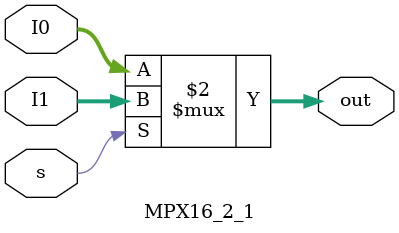
<source format=v>
`timescale 1ns / 1ps
module MPX16_2_1(
    input [15:0] I0,
    input [15:0] I1,
	 input s,
    output [15:0] out
    );

assign out = (s == 0 ? I0 : I1);
endmodule

</source>
